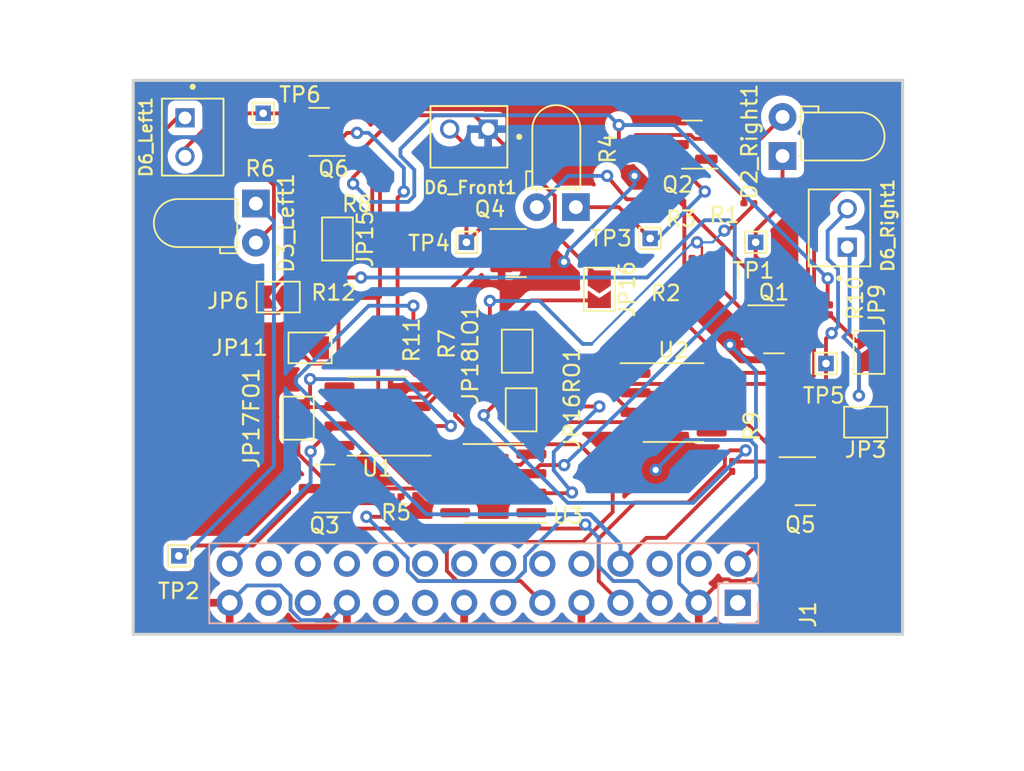
<source format=kicad_pcb>
(kicad_pcb (version 20221018) (generator pcbnew)
  (layers (0 "F.Cu" signal) (31 "B.Cu" signal) (34 "B.Paste" user) (35 "F.Paste" user) (36 "B.SilkS" user "B.Silkscreen") (37 "F.SilkS" user "F.Silkscreen") (38 "B.Mask" user) (39 "F.Mask" user) (44 "Edge.Cuts" user))
  (net 0 "")
  (net 1 "/RESV3")
  (net 2 "+3V3")
  (net 3 "GND")
  (net 4 "/+BATT")
  (net 5 "/RESV2")
  (net 6 "/PE14")
  (net 7 "/PE13")
  (net 8 "/PA6")
  (net 9 "/PE12")
  (net 10 "/PE11")
  (net 11 "/PA7")
  (net 12 "/PE10")
  (net 13 "/PC4")
  (net 14 "/PE9")
  (net 15 "/PE8")
  (net 16 "/PC5")
  (net 17 "/RESV1")
  (net 18 "/AB0")
  (net 19 "Front Sense")
  (net 20 "Right Sense")
  (net 21 "Left Sense")
  (net 22 "Front Out")
  (net 23 "Right Out")
  (net 24 "PE15")
  (net 25 "Left Out")
  (net 26 "Net-(JP3-B)")
  (net 27 "Net-(JP6-B)")
  (net 28 "Net-(JP9-B)")
  (net 29 "Net-(JP11-B)")
  (net 30 "Net-(JP15-B)")
  (net 40 "Net-(J1-Pin_5)")
  (net 41 "Net-(J1-Pin_7)")
  (net 42 "Net-(J1-Pin_11)")
  (net 43 "Net-(JP16-B)")
  (net 44 "Net-(D1_Front1-K)")
  (net 45 "Net-(D1_Front1-A)")
  (net 46 "Net-(D2_Right1-K)")
  (net 47 "Net-(D2_Right1-A)")
  (net 48 "Net-(D3_Left1-K)")
  (net 49 "Net-(D3_Left1-A)")
  (net 50 "Net-(Q4-C)")
  (net 51 "Net-(Q6-C)")
  (net 52 "Net-(Q5-C)")
  (net 53 "Net-(Q1-B)")
  (net 54 "Net-(Q2-B)")
  (net 55 "Net-(Q3-B)")
  (net 56 "Net-(Q4-B)")
  (net 57 "Net-(Q5-B)")
  (net 58 "Net-(Q6-B)")
  (net 59 "/+BATT1")
  (footprint "Resistor_SMD:R_0201_0603Metric" (layer "F.Cu") (at 240.175672 113.824 90)
    (fp_text reference "R9")
    (fp_text value "6.2k")
  )
  (footprint "TestPoint:TestPoint_THTPad_1.0x1.0mm_Drill0.5mm" (layer "F.Cu") (at 209.695672 90.873 180)
    (fp_text reference "TP6")
    (fp_text value "TestPoint")
  )
  (footprint "Resistor_SMD:R_0201_0603Metric" (layer "F.Cu") (at 236.528672 96.461 180)
    (fp_text reference "R3")
    (fp_text value "20")
  )
  (footprint "Jumper:SolderJumper-2_P1.3mm_Open_TrianglePad1.0x1.5mm" (layer "F.Cu") (at 210.674672 102.811 180)
    (fp_text reference "JP6")
    (fp_text value "Jumper_2_Open")
  )
  (footprint "Package_TO_SOT_SMD:SOT-23" (layer "F.Cu") (at 213.330172 92.077 180)
    (fp_text reference "Q6")
    (fp_text value "C2150")
  )
  (footprint "Jumper:SolderJumper-2_P1.3mm_Open_TrianglePad1.0x1.5mm" (layer "F.Cu") (at 226.205672 106.33 -90)
    (fp_text reference "JP18LO1")
    (fp_text value "Jumper_2_Open")
  )
  (footprint "Package_SO:SOIC-8_3.9x4.9mm_P1.27mm" (layer "F.Cu") (at 224.649836 114.9255 180)
    (fp_text reference "U3")
    (fp_text value "OP07")
  )
  (footprint "LED_THT:LED_D3.0mm_Horizontal_O1.27mm_Z2.0mm_IRBlack" (layer "F.Cu") (at 209.218672 96.735 -90)
    (fp_text reference "D3_Left1")
    (fp_text value "TSAL4400")
  )
  (footprint "Resistor_SMD:R_0201_0603Metric" (layer "F.Cu") (at 218.331672 115.765 180)
    (fp_text reference "R5")
    (fp_text value "6.2k")
  )
  (footprint "Jumper:SolderJumper-2_P1.3mm_Open_TrianglePad1.0x1.5mm" (layer "F.Cu") (at 211.981672 110.685 -90)
    (fp_text reference "JP17FO1")
    (fp_text value "Jumper_2_Open")
  )
  (footprint "Package_TO_SOT_SMD:SOT-23" (layer "F.Cu") (at 237.557172 92.905 180)
    (fp_text reference "Q2")
    (fp_text value "C2150")
  )
  (footprint "TestPoint:TestPoint_THTPad_1.0x1.0mm_Drill0.5mm" (layer "F.Cu") (at 222.903672 99.255 180)
    (fp_text reference "TP4")
    (fp_text value "TestPoint")
  )
  (footprint "Jumper:SolderJumper-2_P1.3mm_Open_TrianglePad1.0x1.5mm" (layer "F.Cu") (at 212.743672 106.113 180)
    (fp_text reference "JP11")
    (fp_text value "Jumper_2_Open")
  )
  (footprint "Package_TO_SOT_SMD:SOT-23" (layer "F.Cu") (at 244.923172 114.777459)
    (fp_text reference "Q5")
    (fp_text value "C2150")
  )
  (footprint "Package_SO:SOIC-8_3.9x4.9mm_P1.27mm" (layer "F.Cu") (at 217.126672 110.558 180)
    (fp_text reference "U1")
    (fp_text value "OP07")
  )
  (footprint "Jumper:SolderJumper-2_P1.3mm_Open_TrianglePad1.0x1.5mm" (layer "F.Cu") (at 248.848672 110.939 180)
    (fp_text reference "JP3")
    (fp_text value "Jumper_2_Open")
  )
  (footprint "TestPoint:TestPoint_THTPad_1.0x1.0mm_Drill0.5mm" (layer "F.Cu") (at 204.216 119.634 180)
    (fp_text reference "TP2")
    (fp_text value "TestPoint")
  )
  (footprint "Jumper:SolderJumper-2_P1.3mm_Open_TrianglePad1.0x1.5mm" (layer "F.Cu") (at 226.459672 110.14 -90)
    (fp_text reference "JP16RO1")
    (fp_text value "Jumper_2_Open")
  )
  (footprint "Resistor_SMD:R_0201_0603Metric" (layer "F.Cu") (at 209.507672 93.413 180)
    (fp_text reference "R6")
    (fp_text value "20")
  )
  (footprint "TestPoint:TestPoint_THTPad_1.0x1.0mm_Drill0.5mm" (layer "F.Cu") (at 234.841672 99.001 180)
    (fp_text reference "TP3")
    (fp_text value "TestPoint")
  )
  (footprint "Resistor_SMD:R_0201_0603Metric" (layer "F.Cu") (at 237.889672 100.271 180)
    (fp_text reference "R2")
    (fp_text value "6.2k")
  )
  (footprint "Package_TO_SOT_SMD:SOT-23" (layer "F.Cu") (at 213.681172 115.257 180)
    (fp_text reference "Q3")
    (fp_text value "C2150")
  )
  (footprint "LED_THT:LED_D3.0mm_Horizontal_O1.27mm_Z2.0mm_IRBlack" (layer "F.Cu") (at 230.015672 96.969 180)
    (fp_text reference "D1_Front1" hide)
    (fp_text value "TSAL4400")
  )
  (footprint "BPW41N:DIO_BPW41N" (layer "F.Cu") (at 204.615672 92.417 -90)
    (fp_text reference "D6_Left1")
    (fp_text value "BPW41N")
  )
  (footprint "Jumper:SolderJumper-2_P1.3mm_Open_TrianglePad1.0x1.5mm" (layer "F.Cu") (at 214.521672 99.038 -90)
    (fp_text reference "JP15")
    (fp_text value "Jumper_2_Open")
  )
  (footprint "Resistor_SMD:R_0201_0603Metric" (layer "F.Cu") (at 241.257672 96.715 180)
    (fp_text reference "R1")
    (fp_text value "6.2k")
  )
  (footprint "Resistor_SMD:R_0201_0603Metric" (layer "F.Cu") (at 246.525672 103.639 -90)
    (fp_text reference "R10")
    (fp_text value "300k")
  )
  (footprint "BPW41N:DIO_BPW41N" (layer "F.Cu") (at 223.064172 91.897 180)
    (fp_text reference "D6_Front1")
    (fp_text value "BPW41N")
  )
  (footprint "Package_TO_SOT_SMD:SOT-23" (layer "F.Cu") (at 242.891172 104.909)
    (fp_text reference "Q1")
    (fp_text value "C2150")
  )
  (footprint "Resistor_SMD:R_0201_0603Metric" (layer "F.Cu") (at 218.748672 107.383 180)
    (fp_text reference "R11")
    (fp_text value "6.2k")
  )
  (footprint "LED_THT:LED_D3.0mm_Horizontal_O1.27mm_Z2.0mm_IRBlack" (layer "F.Cu") (at 243.446672 93.647 90)
    (fp_text reference "D2_Right1")
    (fp_text value "TSAL4400")
  )
  (footprint "Resistor_SMD:R_0201_0603Metric" (layer "F.Cu") (at 233.363672 93.159 90)
    (fp_text reference "R4")
    (fp_text value "20")
  )
  (footprint "BPW41N:DIO_BPW41N" (layer "F.Cu") (at 247.65 98.318 90)
    (fp_text reference "D6_Right1")
    (fp_text value "BPW41N")
  )
  (footprint "Resistor_SMD:R_0201_0603Metric" (layer "F.Cu") (at 221.059672 107.383 180)
    (fp_text reference "R7")
    (fp_text value "6.2k")
  )
  (footprint "Jumper:SolderJumper-2_P1.3mm_Open_TrianglePad1.0x1.5mm" (layer "F.Cu") (at 231.539672 102.303 -90)
    (fp_text reference "JP16")
    (fp_text value "Jumper_2_Open")
  )
  (footprint "Jumper:SolderJumper-2_P1.3mm_Open_TrianglePad1.0x1.5mm" (layer "F.Cu") (at 249.065672 106.404 90)
    (fp_text reference "JP9")
    (fp_text value "Jumper_2_Open")
  )
  (footprint "Package_SO:SOIC-8_3.9x4.9mm_P1.27mm" (layer "F.Cu") (at 236.365672 109.669)
    (fp_text reference "U2")
    (fp_text value "OP07")
  )
  (footprint "TestPoint:TestPoint_THTPad_1.0x1.0mm_Drill0.5mm" (layer "F.Cu") (at 246.271672 107.129 180)
    (fp_text reference "TP5")
    (fp_text value "TestPoint")
  )
  (footprint "Resistor_SMD:R_0201_0603Metric" (layer "F.Cu") (at 216.462672 94.429)
    (fp_text reference "R8")
    (fp_text value "300k")
  )
  (footprint "TestPoint:TestPoint_THTPad_1.0x1.0mm_Drill0.5mm" (layer "F.Cu") (at 241.699672 99.255 180)
    (fp_text reference "TP1")
    (fp_text value "TestPoint")
  )
  (footprint "Resistor_SMD:R_0201_0603Metric" (layer "F.Cu") (at 214.267672 103.573)
    (fp_text reference "R12")
    (fp_text value "300k")
  )
  (footprint "Package_TO_SOT_SMD:SOT-23" (layer "F.Cu") (at 226.127172 99.951)
    (fp_text reference "Q4")
    (fp_text value "C2150")
  )
  (footprint "Connector_PinHeader_2.54mm:PinHeader_2x14_P2.54mm_Vertical" (layer "B.Cu") (at 240.538 122.682 90)
    (fp_text reference "J1")
    (fp_text value "Conn_02x14_Odd_Even")
  )
  (gr_line (start 251.249672 124.731) (end 251.249672 88.731) (stroke (width 0.2)) (layer "Edge.Cuts"))
  (gr_line (start 251.249672 124.731) (end 201.249672 124.731) (stroke (width 0.2)) (layer "Edge.Cuts"))
  (gr_line (start 201.249672 88.731) (end 251.249672 88.731) (stroke (width 0.2)) (layer "Edge.Cuts"))
  (gr_line (start 201.249672 88.731) (end 201.249672 124.731) (stroke (width 0.2)) (layer "Edge.Cuts"))
  (segment (start 243.065131 102.932459) (end 243.065131 104.334) (width 0.25) (layer "F.Cu") (net 2))
  (segment (start 243.065131 104.334) (end 242.816172 104.582959) (width 0.25) (layer "F.Cu") (net 2))
  (segment (start 242.207672 116.166918) (end 242.207672 118.472328) (width 0.25) (layer "F.Cu") (net 2))
  (segment (start 217.287672 98.63591) (end 217.287672 97.223) (width 0.25) (layer "F.Cu") (net 2))
  (segment (start 232.809672 93.04533) (end 232.809672 91.635) (width 0.25) (layer "F.Cu") (net 2))
  (segment (start 237.064672 104.411959) (end 240.391027 107.738314) (width 0.25) (layer "F.Cu") (net 2))
  (segment (start 220.667172 115.5605) (end 222.174836 115.5605) (width 0.25) (layer "F.Cu") (net 2))
  (segment (start 233.363672 93.479) (end 233.987002 93.479) (width 0.25) (layer "F.Cu") (net 2))
  (segment (start 248.336857 95.25) (end 250.989672 97.902815) (width 0.25) (layer "F.Cu") (net 2))
  (segment (start 215.392 102.811) (end 217.287672 102.811) (width 0.25) (layer "F.Cu") (net 2))
  (segment (start 209.827672 93.413) (end 211.091301 94.676629) (width 0.25) (layer "F.Cu") (net 2))
  (segment (start 216.142672 94.289) (end 216.477672 93.954) (width 0.25) (layer "F.Cu") (net 2))
  (segment (start 214.651672 111.193) (end 214.957713 111.193) (width 0.25) (layer "F.Cu") (net 2))
  (segment (start 237.064672 96.55667) (end 237.064672 104.411959) (width 0.25) (layer "F.Cu") (net 2))
  (segment (start 216.477672 93.954) (end 217.068002 93.954) (width 0.25) (layer "F.Cu") (net 2))
  (segment (start 244.148672 115.003) (end 243.37159 115.003) (width 0.25) (layer "F.Cu") (net 2))
  (segment (start 242.461672 112.348959) (end 243.845713 112.348959) (width 0.25) (layer "F.Cu") (net 2))
  (segment (start 243.845713 112.348959) (end 244.998172 113.501418) (width 0.25) (layer "F.Cu") (net 2))
  (segment (start 215.385582 100.538) (end 217.287672 98.63591) (width 0.25) (layer "F.Cu") (net 2))
  (segment (start 217.287672 94.17367) (end 217.287672 97.223) (width 0.25) (layer "F.Cu") (net 2))
  (segment (start 236.848672 96.34067) (end 233.987002 93.479) (width 0.25) (layer "F.Cu") (net 2))
  (segment (start 214.345631 111.193) (end 214.651672 111.193) (width 0.25) (layer "F.Cu") (net 2))
  (segment (start 219.963672 114.857) (end 220.667172 115.5605) (width 0.25) (layer "F.Cu") (net 2))
  (segment (start 233.243342 93.479) (end 232.809672 93.04533) (width 0.25) (layer "F.Cu") (net 2))
  (segment (start 245.096672 96.533328) (end 246.38 95.25) (width 0.25) (layer "F.Cu") (net 2))
  (segment (start 214.957713 111.193) (end 217.17 108.980713) (width 0.25) (layer "F.Cu") (net 2))
  (segment (start 243.123172 115.1035) (end 242.207672 116.019) (width 0.25) (layer "F.Cu") (net 2))
  (segment (start 244.848172 115.1035) (end 243.123172 115.1035) (width 0.25) (layer "F.Cu") (net 2))
  (segment (start 244.998172 114.1535) (end 244.148672 115.003) (width 0.25) (layer "F.Cu") (net 2))
  (segment (start 250.989672 111.727596) (end 247.364809 115.352459) (width 0.25) (layer "F.Cu") (net 2))
  (segment (start 217.287672 97.223) (end 217.287672 102.811) (width 0.25) (layer "F.Cu") (net 2))
  (segment (start 240.391027 107.738314) (end 245.096672 107.738314) (width 0.25) (layer "F.Cu") (net 2))
  (segment (start 211.091301 94.676629) (end 211.091301 97.971539) (width 0.25) (layer "F.Cu") (net 2))
  (segment (start 217.17 102.87) (end 215.451 102.87) (width 0.25) (layer "F.Cu") (net 2))
  (segment (start 242.816172 105.235041) (end 245.096672 107.515541) (width 0.25) (layer "F.Cu") (net 2))
  (segment (start 245.096672 107.515541) (end 245.096672 97.423814) (width 0.25) (layer "F.Cu") (net 2))
  (segment (start 216.142672 94.429) (end 216.142672 94.289) (width 0.25) (layer "F.Cu") (net 2))
  (segment (start 219.201672 114.857) (end 219.963672 114.857) (width 0.25) (layer "F.Cu") (net 2))
  (segment (start 243.37159 115.003) (end 242.207672 116.166918) (width 0.25) (layer "F.Cu") (net 2))
  (segment (start 242.207672 118.472328) (end 240.538 120.142) (width 0.25) (layer "F.Cu") (net 2))
  (segment (start 236.848672 96.461) (end 236.848672 96.716) (width 0.25) (layer "F.Cu") (net 2))
  (segment (start 236.848672 96.716) (end 243.065131 102.932459) (width 0.25) (layer "F.Cu") (net 2))
  (segment (start 215.451 102.87) (end 215.392 102.811) (width 0.25) (layer "F.Cu") (net 2))
  (segment (start 215.537672 95.445) (end 215.537672 95.034) (width 0.25) (layer "F.Cu") (net 2))
  (segment (start 217.068002 93.954) (end 217.287672 94.17367) (width 0.25) (layer "F.Cu") (net 2))
  (segment (start 245.097131 115.352459) (end 244.848172 115.1035) (width 0.25) (layer "F.Cu") (net 2))
  (segment (start 239.146713 109.034) (end 242.461672 112.348959) (width 0.25) (layer "F.Cu") (net 2))
  (segment (start 233.363672 93.479) (end 233.243342 93.479) (width 0.25) (layer "F.Cu") (net 2))
  (segment (start 213.947672 103.45267) (end 214.589342 102.811) (width 0.25) (layer "F.Cu") (net 2))
  (segment (start 246.525672 103.319) (end 246.38 103.173328) (width 0.25) (layer "F.Cu") (net 2))
  (segment (start 214.651672 111.193) (end 215.537672 111.193) (width 0.25) (layer "F.Cu") (net 2))
  (segment (start 214.589342 102.811) (end 215.392 102.811) (width 0.25) (layer "F.Cu") (net 2))
  (segment (start 246.38 103.173328) (end 246.38 101.6) (width 0.25) (layer "F.Cu") (net 2))
  (segment (start 233.987002 93.479) (end 237.064672 96.55667) (width 0.25) (layer "F.Cu") (net 2))
  (segment (start 211.091301 97.971539) (end 213.657762 100.538) (width 0.25) (layer "F.Cu") (net 2))
  (segment (start 245.096672 107.738314) (end 245.096672 97.423814) (width 0.25) (layer "F.Cu") (net 2))
  (segment (start 212.777515 112.761116) (end 214.345631 111.193) (width 0.25) (layer "F.Cu") (net 2))
  (segment (start 242.816172 104.582959) (end 242.816172 105.235041) (width 0.25) (layer "F.Cu") (net 2))
  (segment (start 245.096672 97.423814) (end 245.096672 96.533328) (width 0.25) (layer "F.Cu") (net 2))
  (segment (start 213.947672 103.573) (end 213.947672 103.45267) (width 0.25) (layer "F.Cu") (net 2))
  (segment (start 247.364809 115.352459) (end 245.097131 115.352459) (width 0.25) (layer "F.Cu") (net 2))
  (segment (start 238.840672 109.034) (end 239.146713 109.034) (width 0.25) (layer "F.Cu") (net 2))
  (segment (start 236.848672 96.461) (end 236.848672 96.34067) (width 0.25) (layer "F.Cu") (net 2))
  (segment (start 236.848672 96.461) (end 236.873672 96.486) (width 0.25) (layer "F.Cu") (net 2))
  (segment (start 215.537672 111.193) (end 219.201672 114.857) (width 0.25) (layer "F.Cu") (net 2))
  (segment (start 250.989672 97.902815) (end 250.989672 111.727596) (width 0.25) (layer "F.Cu") (net 2))
  (segment (start 212.777515 112.850495) (end 212.777515 112.761116) (width 0.25) (layer "F.Cu") (net 2))
  (segment (start 213.657762 100.538) (end 215.385582 100.538) (width 0.25) (layer "F.Cu") (net 2))
  (segment (start 215.537672 95.034) (end 216.142672 94.429) (width 0.25) (layer "F.Cu") (net 2))
  (segment (start 217.17 108.980713) (end 217.17 102.87) (width 0.25) (layer "F.Cu") (net 2))
  (segment (start 246.38 95.25) (end 248.336857 95.25) (width 0.25) (layer "F.Cu") (net 2))
  (segment (start 244.998172 113.501418) (end 244.998172 114.1535) (width 0.25) (layer "F.Cu") (net 2))
  (via (at 246.38 101.6) (size 0.8) (drill 0.4) (layers "F.Cu" "B.Cu") (net 2))
  (via (at 212.777515 112.850495) (size 0.8) (drill 0.4) (layers "F.Cu" "B.Cu") (net 2))
  (via (at 232.809672 91.635) (size 0.8) (drill 0.4) (layers "F.Cu" "B.Cu") (net 2))
  (via (at 215.537672 95.445) (size 0.8) (drill 0.4) (layers "F.Cu" "B.Cu") (net 2))
  (segment (start 219.119267 96.628) (end 216.720672 96.628) (width 0.25) (layer "B.Cu") (net 2))
  (segment (start 220.809077 90.997) (end 218.614515 93.191562) (width 0.25) (layer "B.Cu") (net 2))
  (segment (start 232.809672 91.635) (end 232.171672 90.997) (width 0.25) (layer "B.Cu") (net 2))
  (segment (start 219.514672 96.232595) (end 219.119267 96.628) (width 0.25) (layer "B.Cu") (net 2))
  (segment (start 218.614515 93.191562) (end 218.614515 93.638157) (width 0.25) (layer "B.Cu") (net 2))
  (segment (start 219.514672 94.538314) (end 219.514672 96.232595) (width 0.25) (layer "B.Cu") (net 2))
  (segment (start 216.720672 96.628) (end 215.537672 95.445) (width 0.25) (layer "B.Cu") (net 2))
  (segment (start 218.614515 93.638157) (end 219.514672 94.538314) (width 0.25) (layer "B.Cu") (net 2))
  (segment (start 232.171672 90.997) (end 220.809077 90.997) (width 0.25) (layer "B.Cu") (net 2))
  (segment (start 236.415 91.635) (end 232.809672 91.635) (width 0.25) (layer "B.Cu") (net 2))
  (segment (start 246.38 101.6) (end 236.415 91.635) (width 0.25) (layer "B.Cu") (net 2))
  (segment (start 212.777515 112.850495) (end 212.777515 114.882485) (width 0.25) (layer "B.Cu") (net 2))
  (segment (start 212.777515 114.882485) (end 207.518 120.142) (width 0.25) (layer "B.Cu") (net 2))
  (segment (start 228.877672 100.901) (end 229.253672 100.525) (width 0.25) (layer "F.Cu") (net 3))
  (segment (start 218.201301 90.597) (end 229.485672 90.597) (width 0.25) (layer "F.Cu") (net 3))
  (segment (start 243.985672 120.845) (end 242.207672 122.623) (width 0.25) (layer "F.Cu") (net 3))
  (segment (start 240.072009 121.267) (end 239.963009 121.158) (width 0.25) (layer "F.Cu") (net 3))
  (segment (start 241.112991 121.158) (end 241.003991 121.267) (width 0.25) (layer "F.Cu") (net 3))
  (segment (start 221.173795 113.7155) (end 226.429836 113.7155) (width 0.25) (layer "F.Cu") (net 3))
  (segment (start 242.062 121.158) (end 241.112991 121.158) (width 0.25) (layer "F.Cu") (net 3))
  (segment (start 243.985672 115.727459) (end 243.985672 120.845) (width 0.25) (layer "F.Cu") (net 3))
  (segment (start 237.136672 90.597) (end 218.2013 90.597) (width 0.25) (layer "F.Cu") (net 3))
  (segment (start 239.963009 121.158) (end 239.522 121.158) (width 0.25) (layer "F.Cu") (net 3))
  (segment (start 220.924836 114.616541) (end 220.924836 113.964459) (width 0.25) (layer "F.Cu") (net 3))
  (segment (start 225.189672 100.901) (end 228.877672 100.901) (width 0.25) (layer "F.Cu") (net 3))
  (segment (start 242.207672 122.623) (end 242.207672 121.303672) (width 0.25) (layer "F.Cu") (net 3))
  (segment (start 214.618672 114.307) (end 215.568672 115.257) (width 0.25) (layer "F.Cu") (net 3))
  (segment (start 226.429836 113.7155) (end 227.124836 113.0205) (width 0.25) (layer "F.Cu") (net 3))
  (segment (start 220.175295 113.987) (end 221.173795 114.9855) (width 0.25) (layer "F.Cu") (net 3))
  (segment (start 239.971 105.859) (end 240.03 105.918) (width 0.25) (layer "F.Cu") (net 3))
  (segment (start 223.424836 115.234459) (end 223.424836 115.886541) (width 0.25) (layer "F.Cu") (net 3))
  (segment (start 225.189672 104.416404) (end 225.189672 100.901) (width 0.25) (layer "F.Cu") (net 3))
  (segment (start 218.351672 109.596959) (end 218.351672 112.991) (width 0.25) (layer "F.Cu") (net 3))
  (segment (start 241.003991 121.267) (end 240.072009 121.267) (width 0.25) (layer "F.Cu") (net 3))
  (segment (start 225.208109 114.8655) (end 221.173795 114.8655) (width 0.25) (layer "F.Cu") (net 3))
  (segment (start 218.600631 109.348) (end 220.258076 109.348) (width 0.25) (layer "F.Cu") (net 3))
  (segment (start 223.424836 115.886541) (end 223.175877 116.1355) (width 0.25) (layer "F.Cu") (net 3))
  (segment (start 233.890672 111.574) (end 233.890672 112.732672) (width 0.25) (layer "F.Cu") (net 3))
  (segment (start 229.485672 90.597) (end 233.825672 94.937) (width 0.25) (layer "F.Cu") (net 3))
  (segment (start 220.924836 113.964459) (end 221.173795 113.7155) (width 0.25) (layer "F.Cu") (net 3))
  (segment (start 215.568672 115.257) (end 219.797986 115.257) (width 0.25) (layer "F.Cu") (net 3))
  (segment (start 233.890672 112.732672) (end 235.204 114.046) (width 0.25) (layer "F.Cu") (net 3))
  (segment (start 219.295631 108.653) (end 218.600631 109.348) (width 0.25) (layer "F.Cu") (net 3))
  (segment (start 223.175877 116.1355) (end 220.676486 116.1355) (width 0.25) (layer "F.Cu") (net 3))
  (segment (start 239.522 121.158) (end 237.998 122.682) (width 0.25) (layer "F.Cu") (net 3))
  (segment (start 223.938109 116.1355) (end 225.208109 114.8655) (width 0.25) (layer "F.Cu") (net 3))
  (segment (start 238.494672 91.955) (end 237.136672 90.597) (width 0.25) (layer "F.Cu") (net 3))
  (segment (start 219.601672 108.653) (end 219.295631 108.653) (width 0.25) (layer "F.Cu") (net 3))
  (segment (start 217.6713 91.127) (end 217.874486 90.923814) (width 0.25) (layer "F.Cu") (net 3))
  (segment (start 217.874486 90.923814) (end 218.201301 90.597) (width 0.25) (layer "F.Cu") (net 3))
  (segment (start 221.173795 114.8655) (end 220.924836 114.616541) (width 0.25) (layer "F.Cu") (net 3))
  (segment (start 220.676486 116.1355) (end 223.938109 116.1355) (width 0.25) (layer "F.Cu") (net 3))
  (segment (start 240.03 105.918) (end 240.089 105.859) (width 0.25) (layer "F.Cu") (net 3))
  (segment (start 218.351672 112.991) (end 219.347672 113.987) (width 0.25) (layer "F.Cu") (net 3))
  (segment (start 219.347672 113.987) (end 220.175295 113.987) (width 0.25) (layer "F.Cu") (net 3))
  (segment (start 240.089 105.859) (end 241.953672 105.859) (width 0.25) (layer "F.Cu") (net 3))
  (segment (start 223.175877 114.9855) (end 223.424836 115.234459) (width 0.25) (layer "F.Cu") (net 3))
  (segment (start 242.207672 121.303672) (end 242.062 121.158) (width 0.25) (layer "F.Cu") (net 3))
  (segment (start 219.295631 108.653) (end 218.351672 109.596959) (width 0.25) (layer "F.Cu") (net 3))
  (segment (start 239.921672 105.859) (end 239.971 105.859) (width 0.25) (layer "F.Cu") (net 3))
  (segment (start 219.797986 115.257) (end 220.676486 116.1355) (width 0.25) (layer "F.Cu") (net 3))
  (segment (start 220.258076 109.348) (end 225.189672 104.416404) (width 0.25) (layer "F.Cu") (net 3))
  (segment (start 221.173795 114.9855) (end 223.175877 114.9855) (width 0.25) (layer "F.Cu") (net 3))
  (segment (start 214.267672 91.127) (end 217.6713 91.127) (width 0.25) (layer "F.Cu") (net 3))
  (segment (start 217.874486 90.923814) (end 218.2013 90.597) (width 0.25) (layer "F.Cu") (net 3))
  (via (at 233.825672 94.937) (size 0.8) (drill 0.4) (layers "F.Cu" "B.Cu") (net 3))
  (via (at 229.253672 100.525) (size 0.8) (drill 0.4) (layers "F.Cu" "B.Cu") (net 3))
  (via (at 240.03 105.918) (size 0.8) (drill 0.4) (layers "F.Cu" "B.Cu") (net 3))
  (via (at 235.204 114.046) (size 0.8) (drill 0.4) (layers "F.Cu" "B.Cu") (net 3))
  (segment (start 237.149 112.101) (end 241.325595 112.101) (width 0.25) (layer "B.Cu") (net 3))
  (segment (start 210.813991 121.557) (end 211.473 122.216009) (width 0.25) (layer "B.Cu") (net 3))
  (segment (start 233.825672 95.509) (end 229.507672 99.827) (width 0.25) (layer "B.Cu") (net 3))
  (segment (start 241.721 111.705595) (end 241.325595 112.101) (width 0.25) (layer "B.Cu") (net 3))
  (segment (start 211.473 123.147991) (end 212.132009 123.807) (width 0.25) (layer "B.Cu") (net 3))
  (segment (start 236.728 121.412) (end 237.998 122.682) (width 0.25) (layer "B.Cu") (net 3))
  (segment (start 207.518 122.682) (end 208.643 121.557) (width 0.25) (layer "B.Cu") (net 3))
  (segment (start 241.721 107.609) (end 241.721 111.705595) (width 0.25) (layer "B.Cu") (net 3))
  (segment (start 241.721 114.538009) (end 236.728 119.531009) (width 0.25) (layer "B.Cu") (net 3))
  (segment (start 241.325595 112.101) (end 241.721 112.496405) (width 0.25) (layer "B.Cu") (net 3))
  (segment (start 241.721 112.496405) (end 241.721 114.538009) (width 0.25) (layer "B.Cu") (net 3))
  (segment (start 240.03 105.918) (end 241.721 107.609) (width 0.25) (layer "B.Cu") (net 3))
  (segment (start 233.825672 94.937) (end 233.825672 95.509) (width 0.25) (layer "B.Cu") (net 3))
  (segment (start 236.728 119.531009) (end 236.728 121.412) (width 0.25) (layer "B.Cu") (net 3))
  (segment (start 212.132009 123.807) (end 214.013 123.807) (width 0.25) (layer "B.Cu") (net 3))
  (segment (start 208.643 121.557) (end 210.813991 121.557) (width 0.25) (layer "B.Cu") (net 3))
  (segment (start 229.507672 99.827) (end 229.253672 100.525) (width 0.25) (layer "B.Cu") (net 3))
  (segment (start 235.204 114.046) (end 237.149 112.101) (width 0.25) (layer "B.Cu") (net 3))
  (segment (start 211.473 122.216009) (end 211.473 123.147991) (width 0.25) (layer "B.Cu") (net 3))
  (segment (start 214.013 123.807) (end 215.138 122.682) (width 0.25) (layer "B.Cu") (net 3))
  (segment (start 214.521672 94.842314) (end 214.521672 98.313) (width 0.25) (layer "F.Cu") (net 19))
  (segment (start 223.414172 90.997) (end 218.366986 90.997) (width 0.25) (layer "F.Cu") (net 19))
  (segment (start 224.314172 91.897) (end 228.650672 96.2335) (width 0.25) (layer "F.Cu") (net 19))
  (segment (start 218.366986 90.997) (end 214.521672 94.842314) (width 0.25) (layer "F.Cu") (net 19))
  (segment (start 228.650672 96.2335) (end 228.650672 98.689) (width 0.25) (layer "F.Cu") (net 19))
  (segment (start 224.314172 91.897) (end 223.414172 90.997) (width 0.25) (layer "F.Cu") (net 19))
  (segment (start 228.650672 98.689) (end 231.539672 101.578) (width 0.25) (layer "F.Cu") (net 19))
  (segment (start 248.412 107.782672) (end 249.065672 107.129) (width 0.25) (layer "F.Cu") (net 20))
  (segment (start 248.412 109.22) (end 248.412 107.782672) (width 0.25) (layer "F.Cu") (net 20))
  (segment (start 249.573672 110.939) (end 249.573672 107.637) (width 0.25) (layer "F.Cu") (net 20))
  (segment (start 249.573672 107.637) (end 249.065672 107.129) (width 0.25) (layer "F.Cu") (net 20))
  (via (at 248.412 109.22) (size 0.8) (drill 0.4) (layers "F.Cu" "B.Cu") (net 20))
  (segment (start 248.412 106.426) (end 248.412 109.22) (width 0.25) (layer "B.Cu") (net 20))
  (segment (start 247.803672 105.002328) (end 247.396 105.41) (width 0.25) (layer "B.Cu") (net 20))
  (segment (start 247.396 105.41) (end 248.412 106.426) (width 0.25) (layer "B.Cu") (net 20))
  (segment (start 247.803672 99.5825) (end 247.803672 105.002328) (width 0.25) (layer "B.Cu") (net 20))
  (segment (start 212.734672 105.088) (end 212.782582 105.088) (width 0.25) (layer "F.Cu") (net 21))
  (segment (start 211.399672 103.14991) (end 211.399672 102.811) (width 0.25) (layer "F.Cu") (net 21))
  (segment (start 211.399672 102.811) (end 211.399672 103.753) (width 0.25) (layer "F.Cu") (net 21))
  (segment (start 204.107672 91.167) (end 203.207672 92.067) (width 0.25) (layer "F.Cu") (net 21))
  (segment (start 209.335762 103.836) (end 210.713582 103.836) (width 0.25) (layer "F.Cu") (net 21))
  (segment (start 210.713582 103.836) (end 211.399672 103.14991) (width 0.25) (layer "F.Cu") (net 21))
  (segment (start 213.468672 105.77409) (end 213.468672 106.113) (width 0.25) (layer "F.Cu") (net 21))
  (segment (start 203.207672 97.70791) (end 209.335762 103.836) (width 0.25) (layer "F.Cu") (net 21))
  (segment (start 212.782582 105.088) (end 213.468672 105.77409) (width 0.25) (layer "F.Cu") (net 21))
  (segment (start 211.399672 103.753) (end 212.734672 105.088) (width 0.25) (layer "F.Cu") (net 21))
  (segment (start 203.207672 92.067) (end 203.207672 97.70791) (width 0.25) (layer "F.Cu") (net 21))
  (segment (start 212.743672 109.198) (end 211.981672 109.96) (width 0.25) (layer "F.Cu") (net 22))
  (segment (start 221.887672 111.193) (end 219.601672 111.193) (width 0.25) (layer "F.Cu") (net 22))
  (segment (start 211.981672 109.96) (end 214.614672 109.96) (width 0.25) (layer "F.Cu") (net 22))
  (segment (start 214.614672 109.96) (end 214.651672 109.923) (width 0.25) (layer "F.Cu") (net 22))
  (segment (start 212.743672 108.145) (end 212.743672 109.198) (width 0.25) (layer "F.Cu") (net 22))
  (via (at 212.743672 108.145) (size 0.8) (drill 0.4) (layers "F.Cu" "B.Cu") (net 22))
  (via (at 221.887672 111.193) (size 0.8) (drill 0.4) (layers "F.Cu" "B.Cu") (net 22))
  (segment (start 221.887672 111.193) (end 218.839672 108.145) (width 0.25) (layer "B.Cu") (net 22))
  (segment (start 218.839672 108.145) (end 212.743672 108.145) (width 0.25) (layer "B.Cu") (net 22))
  (segment (start 238.205672 110.939) (end 226.533672 110.939) (width 0.25) (layer "F.Cu") (net 23))
  (segment (start 236.420672 109.034) (end 233.890672 109.034) (width 0.25) (layer "F.Cu") (net 23))
  (segment (start 238.840672 110.304) (end 238.205672 110.939) (width 0.25) (layer "F.Cu") (net 23))
  (segment (start 238.840672 110.304) (end 237.690672 110.304) (width 0.25) (layer "F.Cu") (net 23))
  (segment (start 237.690672 110.304) (end 236.420672 109.034) (width 0.25) (layer "F.Cu") (net 23))
  (segment (start 226.533672 110.939) (end 226.459672 110.865) (width 0.25) (layer "F.Cu") (net 23))
  (segment (start 219.576672 107.891) (end 219.068672 107.383) (width 0.25) (layer "F.Cu") (net 24))
  (segment (start 219.456 103.378) (end 219.456 106.995672) (width 0.25) (layer "F.Cu") (net 24))
  (segment (start 235.857672 118.462) (end 240.175672 114.144) (width 0.25) (layer "F.Cu") (net 24))
  (segment (start 239.920002 98.493) (end 239.667672 98.493) (width 0.25) (layer "F.Cu") (net 24))
  (segment (start 241.577672 96.83533) (end 239.920002 98.493) (width 0.25) (layer "F.Cu") (net 24))
  (segment (start 219.456 106.995672) (end 219.068672 107.383) (width 0.25) (layer "F.Cu") (net 24))
  (segment (start 220.992002 107.891) (end 219.576672 107.891) (width 0.25) (layer "F.Cu") (net 24))
  (segment (start 224.427672 104.335) (end 221.379672 107.383) (width 0.25) (layer "F.Cu") (net 24))
  (segment (start 218.651672 115.88533) (end 218.651672 115.765) (width 0.25) (layer "F.Cu") (net 24))
  (segment (start 224.427672 103.065) (end 224.427672 104.335) (width 0.25) (layer "F.Cu") (net 24))
  (segment (start 217.443002 117.094) (end 218.651672 115.88533) (width 0.25) (layer "F.Cu") (net 24))
  (segment (start 241.577672 96.715) (end 241.577672 96.83533) (width 0.25) (layer "F.Cu") (net 24))
  (segment (start 221.379672 107.50333) (end 220.992002 107.891) (width 0.25) (layer "F.Cu") (net 24))
  (segment (start 216.408 117.094) (end 217.443002 117.094) (width 0.25) (layer "F.Cu") (net 24))
  (segment (start 237.889672 99.255) (end 238.209672 99.575) (width 0.15) (layer "F.Cu") (net 24))
  (segment (start 234.598 118.462) (end 235.857672 118.462) (width 0.25) (layer "F.Cu") (net 24))
  (segment (start 232.918 120.142) (end 234.598 118.462) (width 0.25) (layer "F.Cu") (net 24))
  (segment (start 238.209672 99.575) (end 238.209672 100.271) (width 0.15) (layer "F.Cu") (net 24))
  (via (at 239.667672 98.493) (size 0.8) (drill 0.4) (layers "F.Cu" "B.Cu") (net 24))
  (via (at 237.889672 99.255) (size 0.8) (drill 0.4) (layers "F.Cu" "B.Cu") (net 24))
  (via (at 216.408 117.094) (size 0.8) (drill 0.4) (layers "F.Cu" "B.Cu") (net 24))
  (via (at 224.427672 103.065) (size 0.8) (drill 0.4) (layers "F.Cu" "B.Cu") (net 24))
  (via (at 219.456 103.378) (size 0.8) (drill 0.4) (layers "F.Cu" "B.Cu") (net 24))
  (segment (start 230.911595 116.927) (end 232.918 118.933405) (width 0.25) (layer "B.Cu") (net 24))
  (segment (start 216.556077 103.378) (end 211.836 108.098077) (width 0.25) (layer "B.Cu") (net 24))
  (segment (start 227.668267 103.065) (end 230.462267 105.859) (width 0.25) (layer "B.Cu") (net 24))
  (segment (start 230.462267 105.859) (end 231.031672 105.859) (width 0.25) (layer "B.Cu") (net 24))
  (segment (start 224.427672 103.065) (end 227.668267 103.065) (width 0.25) (layer "B.Cu") (net 24))
  (segment (start 219.093 120.607991) (end 219.752009 121.267) (width 0.25) (layer "B.Cu") (net 24))
  (segment (start 230.973 116.927) (end 232.918 118.872) (width 0.25) (layer "B.Cu") (net 24))
  (segment (start 237.889672 99.255) (end 237.635672 99.255) (width 0.15) (layer "B.Cu") (net 24))
  (segment (start 219.093 119.779) (end 219.093 120.607991) (width 0.25) (layer "B.Cu") (net 24))
  (segment (start 229.462009 116.927) (end 230.911595 116.927) (width 0.25) (layer "B.Cu") (net 24))
  (segment (start 238.905672 99.255) (end 237.889672 99.255) (width 0.15) (layer "B.Cu") (net 24))
  (segment (start 237.635672 99.255) (end 231.031672 105.859) (width 0.15) (layer "B.Cu") (net 24))
  (segment (start 226.053991 121.267) (end 226.713 120.607991) (width 0.25) (layer "B.Cu") (net 24))
  (segment (start 211.836 108.098077) (end 211.836 108.458) (width 0.25) (layer "B.Cu") (net 24))
  (segment (start 220.305 116.927) (end 230.973 116.927) (width 0.25) (layer "B.Cu") (net 24))
  (segment (start 219.456 103.378) (end 216.556077 103.378) (width 0.25) (layer "B.Cu") (net 24))
  (segment (start 226.713 119.676009) (end 229.462009 116.927) (width 0.25) (layer "B.Cu") (net 24))
  (segment (start 211.836 108.458) (end 220.305 116.927) (width 0.25) (layer "B.Cu") (net 24))
  (segment (start 226.713 120.607991) (end 226.713 119.676009) (width 0.25) (layer "B.Cu") (net 24))
  (segment (start 216.408 117.094) (end 219.093 119.779) (width 0.25) (layer "B.Cu") (net 24))
  (segment (start 232.918 118.933405) (end 232.918 120.142) (width 0.25) (layer "B.Cu") (net 24))
  (segment (start 219.752009 121.267) (end 226.053991 121.267) (width 0.25) (layer "B.Cu") (net 24))
  (segment (start 239.667672 98.493) (end 238.905672 99.255) (width 0.15) (layer "B.Cu") (net 24))
  (segment (start 232.918 118.872) (end 232.918 120.142) (width 0.25) (layer "B.Cu") (net 24))
  (segment (start 226.205672 107.055) (end 226.205672 107.129) (width 0.25) (layer "F.Cu") (net 25))
  (segment (start 227.124836 115.5605) (end 226.818795 115.5605) (width 0.25) (layer "F.Cu") (net 25))
  (segment (start 227.124836 115.5605) (end 229.712172 115.5605) (width 0.25) (layer "F.Cu") (net 25))
  (segment (start 231.539672 109.923) (end 228.999672 109.923) (width 0.25) (layer "F.Cu") (net 25))
  (segment (start 225.548795 114.2905) (end 222.174836 114.2905) (width 0.25) (layer "F.Cu") (net 25))
  (segment (start 229.712172 115.5605) (end 229.761672 115.511) (width 0.25) (layer "F.Cu") (net 25))
  (segment (start 226.205672 107.129) (end 228.999672 109.923) (width 0.25) (layer "F.Cu") (net 25))
  (segment (start 226.818795 115.5605) (end 225.548795 114.2905) (width 0.25) (layer "F.Cu") (net 25))
  (via (at 229.761672 115.511) (size 0.8) (drill 0.4) (layers "F.Cu" "B.Cu") (net 25))
  (via (at 231.539672 109.923) (size 0.8) (drill 0.4) (layers "F.Cu" "B.Cu") (net 25))
  (segment (start 231.539672 109.923) (end 228.578672 112.884) (width 0.25) (layer "B.Cu") (net 25))
  (segment (start 228.578672 114.074) (end 229.761672 115.511) (width 0.25) (layer "B.Cu") (net 25))
  (segment (start 228.578672 112.884) (end 228.578672 114.074) (width 0.25) (layer "B.Cu") (net 25))
  (segment (start 249.942582 112.209) (end 249.204764 112.209) (width 0.25) (layer "F.Cu") (net 26))
  (segment (start 250.589672 111.56191) (end 249.942582 112.209) (width 0.25) (layer "F.Cu") (net 26))
  (segment (start 245.496672 97.5895) (end 247.436172 95.65) (width 0.25) (layer "F.Cu") (net 26))
  (segment (start 232.640672 108.707959) (end 232.889631 108.459) (width 0.25) (layer "F.Cu") (net 26))
  (segment (start 249.204764 112.209) (end 248.123672 111.127908) (width 0.25) (layer "F.Cu") (net 26))
  (segment (start 248.123672 111.127908) (end 248.123672 110.939) (width 0.25) (layer "F.Cu") (net 26))
  (segment (start 233.584631 110.304) (end 232.640672 109.360041) (width 0.25) (layer "F.Cu") (net 26))
  (segment (start 232.640672 109.360041) (end 232.640672 108.707959) (width 0.25) (layer "F.Cu") (net 26))
  (segment (start 247.436172 95.65) (end 248.171172 95.65) (width 0.25) (layer "F.Cu") (net 26))
  (segment (start 250.589672 98.0685) (end 250.589672 111.56191) (width 0.25) (layer "F.Cu") (net 26))
  (segment (start 233.890672 110.304) (end 233.584631 110.304) (width 0.25) (layer "F.Cu") (net 26))
  (segment (start 248.171172 95.65) (end 250.589672 98.0685) (width 0.25) (layer "F.Cu") (net 26))
  (segment (start 245.496672 107.904) (end 245.496672 97.5895) (width 0.25) (layer "F.Cu") (net 26))
  (segment (start 232.889631 108.459) (end 244.941672 108.459) (width 0.25) (layer "F.Cu") (net 26))
  (segment (start 244.941672 108.459) (end 245.496672 107.904) (width 0.25) (layer "F.Cu") (net 26))
  (segment (start 211.030764 101.541) (end 216.045672 101.541) (width 0.25) (layer "F.Cu") (net 27))
  (segment (start 209.949672 102.622092) (end 211.030764 101.541) (width 0.25) (layer "F.Cu") (net 27))
  (segment (start 209.949672 102.811) (end 209.949672 102.622092) (width 0.25) (layer "F.Cu") (net 27))
  (segment (start 229.253672 113.733) (end 227.682336 113.733) (width 0.25) (layer "F.Cu") (net 27))
  (segment (start 227.682336 113.733) (end 227.124836 114.2905) (width 0.25) (layer "F.Cu") (net 27))
  (via (at 229.253672 113.733) (size 0.8) (drill 0.4) (layers "F.Cu" "B.Cu") (net 27))
  (via (at 216.045672 101.541) (size 0.8) (drill 0.4) (layers "F.Cu" "B.Cu") (net 27))
  (segment (start 239.947267 97.818) (end 240.342672 98.213405) (width 0.25) (layer "B.Cu") (net 27))
  (segment (start 240.342672 102.898) (end 229.253672 113.733) (width 0.25) (layer "B.Cu") (net 27))
  (segment (start 238.372077 97.818) (end 239.947267 97.818) (width 0.25) (layer "B.Cu") (net 27))
  (segment (start 216.045672 101.541) (end 234.649077 101.541) (width 0.25) (layer "B.Cu") (net 27))
  (segment (start 240.342672 98.213405) (end 240.342672 102.898) (width 0.25) (layer "B.Cu") (net 27))
  (segment (start 234.649077 101.541) (end 238.372077 97.818) (width 0.25) (layer "B.Cu") (net 27))
  (segment (start 249.065672 105.679) (end 248.245672 105.679) (width 0.25) (layer "F.Cu") (net 28))
  (segment (start 248.245672 105.679) (end 246.525672 103.959) (width 0.25) (layer "F.Cu") (net 28))
  (segment (start 212.854764 107.138) (end 214.082582 107.138) (width 0.25) (layer "F.Cu") (net 29))
  (segment (start 214.082582 107.138) (end 214.587672 106.63291) (width 0.25) (layer "F.Cu") (net 29))
  (segment (start 212.018672 106.301908) (end 212.854764 107.138) (width 0.25) (layer "F.Cu") (net 29))
  (segment (start 214.587672 106.63291) (end 214.587672 103.573) (width 0.25) (layer "F.Cu") (net 29))
  (segment (start 212.018672 106.113) (end 212.018672 106.301908) (width 0.25) (layer "F.Cu") (net 29))
  (segment (start 214.521672 99.763) (end 214.71058 99.763) (width 0.25) (layer "F.Cu") (net 30))
  (segment (start 216.782672 97.690908) (end 216.782672 94.429) (width 0.25) (layer "F.Cu") (net 30))
  (segment (start 214.71058 99.763) (end 216.782672 97.690908) (width 0.25) (layer "F.Cu") (net 30))
  (segment (start 230.378 117.856) (end 214.929131 117.856) (width 0.25) (layer "F.Cu") (net 40))
  (segment (start 211.981672 113.008541) (end 211.981672 111.41) (width 0.25) (layer "F.Cu") (net 40))
  (segment (start 230.632 117.602) (end 230.378 117.856) (width 0.25) (layer "F.Cu") (net 40))
  (segment (start 213.855131 114.882) (end 211.981672 113.008541) (width 0.25) (layer "F.Cu") (net 40))
  (segment (start 213.606172 115.880959) (end 213.855131 115.632) (width 0.25) (layer "F.Cu") (net 40))
  (segment (start 213.606172 116.533041) (end 213.606172 115.880959) (width 0.25) (layer "F.Cu") (net 40))
  (segment (start 213.855131 115.632) (end 213.855131 114.882) (width 0.25) (layer "F.Cu") (net 40))
  (segment (start 214.929131 117.856) (end 213.606172 116.533041) (width 0.25) (layer "F.Cu") (net 40))
  (via (at 230.632 117.602) (size 0.8) (drill 0.4) (layers "F.Cu" "B.Cu") (net 40))
  (segment (start 235.458 122.682) (end 234.043 121.267) (width 0.25) (layer "B.Cu") (net 40))
  (segment (start 232.452009 121.267) (end 231.503 120.317991) (width 0.25) (layer "B.Cu") (net 40))
  (segment (start 234.043 121.267) (end 232.452009 121.267) (width 0.25) (layer "B.Cu") (net 40))
  (segment (start 231.503 120.317991) (end 231.503 118.473) (width 0.25) (layer "B.Cu") (net 40))
  (segment (start 231.503 118.473) (end 230.632 117.602) (width 0.25) (layer "B.Cu") (net 40))
  (segment (start 239.700672 113.757686) (end 239.700672 113.105328) (width 0.25) (layer "F.Cu") (net 41))
  (segment (start 231.503 121.267) (end 231.503 118.509) (width 0.25) (layer "F.Cu") (net 41))
  (segment (start 224.028 110.49) (end 225.103 109.415) (width 0.25) (layer "F.Cu") (net 41))
  (segment (start 225.103 109.415) (end 226.459672 109.415) (width 0.25) (layer "F.Cu") (net 41))
  (segment (start 237.293358 116.165) (end 239.700672 113.757686) (width 0.25) (layer "F.Cu") (net 41))
  (segment (start 240.03 112.776) (end 241.046 112.776) (width 0.25) (layer "F.Cu") (net 41))
  (segment (start 239.700672 113.105328) (end 240.03 112.776) (width 0.25) (layer "F.Cu") (net 41))
  (segment (start 232.918 122.682) (end 231.503 121.267) (width 0.25) (layer "F.Cu") (net 41))
  (segment (start 231.503 118.509) (end 233.847 116.165) (width 0.25) (layer "F.Cu") (net 41))
  (segment (start 233.847 116.165) (end 237.293358 116.165) (width 0.25) (layer "F.Cu") (net 41))
  (via (at 224.028 110.49) (size 0.8) (drill 0.4) (layers "F.Cu" "B.Cu") (net 41))
  (via (at 241.046 112.776) (size 0.8) (drill 0.4) (layers "F.Cu" "B.Cu") (net 41))
  (segment (start 229.482077 116.186) (end 224.028 110.731923) (width 0.25) (layer "B.Cu") (net 41))
  (segment (start 241.046 112.776) (end 237.636 116.186) (width 0.25) (layer "B.Cu") (net 41))
  (segment (start 224.028 110.731923) (end 224.028 110.49) (width 0.25) (layer "B.Cu") (net 41))
  (segment (start 237.636 116.186) (end 229.482077 116.186) (width 0.25) (layer "B.Cu") (net 41))
  (segment (start 226.423 121.267) (end 222.292009 121.267) (width 0.25) (layer "F.Cu") (net 42))
  (segment (start 230.234493 112.378493) (end 232.41 114.554) (width 0.25) (layer "F.Cu") (net 42))
  (segment (start 224.02776 112.378493) (end 230.234493 112.378493) (width 0.25) (layer "F.Cu") (net 42))
  (segment (start 230.461595 118.727) (end 232.41 116.778595) (width 0.25) (layer "F.Cu") (net 42))
  (segment (start 222.292009 121.267) (end 221.633 120.607991) (width 0.25) (layer "F.Cu") (net 42))
  (segment (start 222.167267 109.053446) (end 222.167267 110.518) (width 0.25) (layer "F.Cu") (net 42))
  (segment (start 226.205672 105.605) (end 225.615713 105.605) (width 0.25) (layer "F.Cu") (net 42))
  (segment (start 222.167267 110.518) (end 224.02776 112.378493) (width 0.25) (layer "F.Cu") (net 42))
  (segment (start 221.633 118.727) (end 230.461595 118.727) (width 0.25) (layer "F.Cu") (net 42))
  (segment (start 221.633 120.607991) (end 221.633 118.727) (width 0.25) (layer "F.Cu") (net 42))
  (segment (start 227.838 122.682) (end 226.423 121.267) (width 0.25) (layer "F.Cu") (net 42))
  (segment (start 232.41 116.778595) (end 232.41 114.554) (width 0.25) (layer "F.Cu") (net 42))
  (segment (start 225.615713 105.605) (end 222.167267 109.053446) (width 0.25) (layer "F.Cu") (net 42))
  (segment (start 227.143762 103.028) (end 220.248762 109.923) (width 0.25) (layer "F.Cu") (net 43))
  (segment (start 220.248762 109.923) (end 219.601672 109.923) (width 0.25) (layer "F.Cu") (net 43))
  (segment (start 231.539672 103.028) (end 227.143762 103.028) (width 0.25) (layer "F.Cu") (net 43))
  (segment (start 230.015672 96.969) (end 232.809672 96.969) (width 0.25) (layer "F.Cu") (net 44))
  (segment (start 236.619672 92.905) (end 236.619672 94.175) (width 0.25) (layer "F.Cu") (net 44))
  (segment (start 232.809672 96.969) (end 234.841672 99.001) (width 0.25) (layer "F.Cu") (net 44))
  (segment (start 236.619672 94.175) (end 238.397672 95.953) (width 0.25) (layer "F.Cu") (net 44))
  (via (at 238.397672 95.953) (size 0.8) (drill 0.4) (layers "F.Cu" "B.Cu") (net 44))
  (segment (start 235.349672 99.001) (end 234.841672 99.001) (width 0.25) (layer "B.Cu") (net 44))
  (segment (start 238.397672 95.953) (end 235.349672 99.001) (width 0.25) (layer "B.Cu") (net 44))
  (segment (start 233.317672 96.461) (end 232.047672 94.937) (width 0.25) (layer "F.Cu") (net 45))
  (segment (start 236.208672 96.461) (end 233.317672 96.461) (width 0.25) (layer "F.Cu") (net 45))
  (via (at 232.047672 94.937) (size 0.8) (drill 0.4) (layers "F.Cu" "B.Cu") (net 45))
  (segment (start 232.047672 94.937) (end 229.507672 94.937) (width 0.25) (layer "B.Cu") (net 45))
  (segment (start 229.507672 94.937) (end 227.475672 96.969) (width 0.25) (layer "B.Cu") (net 45))
  (segment (start 243.828672 102.146) (end 243.828672 104.909) (width 0.25) (layer "F.Cu") (net 46))
  (segment (start 243.446672 96.746) (end 241.699672 98.493) (width 0.25) (layer "F.Cu") (net 46))
  (segment (start 241.699672 100.174) (end 243.671672 102.146) (width 0.25) (layer "F.Cu") (net 46))
  (segment (start 243.446672 93.647) (end 243.446672 96.746) (width 0.25) (layer "F.Cu") (net 46))
  (segment (start 241.699672 99.255) (end 241.699672 100.174) (width 0.25) (layer "F.Cu") (net 46))
  (segment (start 241.699672 98.493) (end 241.699672 99.255) (width 0.25) (layer "F.Cu") (net 46))
  (segment (start 237.482172 92.281041) (end 237.731131 92.53) (width 0.25) (layer "F.Cu") (net 47))
  (segment (start 233.363672 92.839) (end 233.921631 92.281041) (width 0.25) (layer "F.Cu") (net 47))
  (segment (start 237.731131 92.53) (end 242.023672 92.53) (width 0.25) (layer "F.Cu") (net 47))
  (segment (start 233.921631 92.281041) (end 237.482172 92.281041) (width 0.25) (layer "F.Cu") (net 47))
  (segment (start 242.023672 92.53) (end 243.446672 91.107) (width 0.25) (layer "F.Cu") (net 47))
  (segment (start 204.361672 119.829) (end 205.232672 118.958) (width 0.25) (layer "F.Cu") (net 48))
  (segment (start 209.042672 118.958) (end 212.743672 115.257) (width 0.25) (layer "F.Cu") (net 48))
  (segment (start 205.232672 118.958) (end 209.042672 118.958) (width 0.25) (layer "F.Cu") (net 48))
  (segment (start 210.393672 97.91) (end 210.393672 113.797) (width 0.25) (layer "B.Cu") (net 48))
  (segment (start 209.218672 96.735) (end 210.393672 97.91) (width 0.25) (layer "B.Cu") (net 48))
  (segment (start 210.393672 113.797) (end 204.361672 119.829) (width 0.25) (layer "B.Cu") (net 48))
  (segment (start 210.393672 98.1) (end 209.218672 99.275) (width 0.25) (layer "F.Cu") (net 49))
  (segment (start 209.187672 94.354) (end 210.393672 95.56) (width 0.25) (layer "F.Cu") (net 49))
  (segment (start 209.187672 93.413) (end 209.187672 94.354) (width 0.25) (layer "F.Cu") (net 49))
  (segment (start 210.393672 95.56) (end 210.393672 98.1) (width 0.25) (layer "F.Cu") (net 49))
  (segment (start 223.842672 98.316) (end 225.843213 98.316) (width 0.25) (layer "F.Cu") (net 50))
  (segment (start 222.903672 99.255) (end 223.842672 98.316) (width 0.25) (layer "F.Cu") (net 50))
  (segment (start 225.843213 98.316) (end 227.064672 99.537459) (width 0.25) (layer "F.Cu") (net 50))
  (segment (start 222.903672 92.9865) (end 222.903672 99.255) (width 0.25) (layer "F.Cu") (net 50))
  (segment (start 221.814172 91.897) (end 222.903672 92.9865) (width 0.25) (layer "F.Cu") (net 50))
  (segment (start 227.064672 99.537459) (end 227.064672 99.951) (width 0.25) (layer "F.Cu") (net 50))
  (segment (start 206.901672 90.873) (end 209.695672 90.873) (width 0.25) (layer "F.Cu") (net 51))
  (segment (start 211.188672 90.873) (end 212.392672 92.077) (width 0.25) (layer "F.Cu") (net 51))
  (segment (start 209.695672 90.873) (end 211.188672 90.873) (width 0.25) (layer "F.Cu") (net 51))
  (segment (start 204.107672 93.667) (end 206.901672 90.873) (width 0.25) (layer "F.Cu") (net 51))
  (segment (start 246.634 105.156) (end 246.271672 105.518328) (width 0.25) (layer "F.Cu") (net 52))
  (segment (start 246.271672 105.518328) (end 246.271672 107.129) (width 0.25) (layer "F.Cu") (net 52))
  (segment (start 245.860672 114.777459) (end 246.271672 114.366459) (width 0.25) (layer "F.Cu") (net 52))
  (segment (start 246.271672 114.366459) (end 246.271672 107.129) (width 0.25) (layer "F.Cu") (net 52))
  (via (at 246.634 105.156) (size 0.8) (drill 0.4) (layers "F.Cu" "B.Cu") (net 52))
  (segment (start 247.055 104.735) (end 247.055 101.005) (width 0.25) (layer "B.Cu") (net 52))
  (segment (start 246.634 105.156) (end 247.055 104.735) (width 0.25) (layer "B.Cu") (net 52))
  (segment (start 247.055 101.005) (end 246.38 100.33) (width 0.25) (layer "B.Cu") (net 52))
  (segment (start 246.38 98.506172) (end 247.803672 97.0825) (width 0.25) (layer "B.Cu") (net 52))
  (segment (start 246.38 100.33) (end 246.38 98.506172) (width 0.25) (layer "B.Cu") (net 52))
  (segment (start 241.137342 103.959) (end 241.953672 103.959) (width 0.25) (layer "F.Cu") (net 53))
  (segment (start 237.569672 100.39133) (end 241.137342 103.959) (width 0.25) (layer "F.Cu") (net 53))
  (segment (start 237.569672 100.271) (end 237.569672 100.39133) (width 0.25) (layer "F.Cu") (net 53))
  (segment (start 238.494672 93.855) (end 240.937672 96.298) (width 0.25) (layer "F.Cu") (net 54))
  (segment (start 240.937672 96.298) (end 240.937672 96.715) (width 0.25) (layer "F.Cu") (net 54))
  (segment (start 214.618672 116.207) (end 217.569672 116.207) (width 0.25) (layer "F.Cu") (net 55))
  (segment (start 217.569672 116.207) (end 218.011672 115.765) (width 0.25) (layer "F.Cu") (net 55))
  (segment (start 225.189672 99.001) (end 220.739672 103.451) (width 0.25) (layer "F.Cu") (net 56))
  (segment (start 220.739672 103.451) (end 220.739672 107.383) (width 0.25) (layer "F.Cu") (net 56))
  (segment (start 243.662213 113.504) (end 243.985672 113.827459) (width 0.25) (layer "F.Cu") (net 57))
  (segment (start 240.175672 113.504) (end 243.662213 113.504) (width 0.25) (layer "F.Cu") (net 57))
  (segment (start 215.791672 92.143) (end 215.151672 92.143) (width 0.25) (layer "F.Cu") (net 58))
  (segment (start 218.428672 107.383) (end 218.428672 96.364) (width 0.25) (layer "F.Cu") (net 58))
  (segment (start 215.151672 92.143) (end 214.267672 93.027) (width 0.25) (layer "F.Cu") (net 58))
  (segment (start 218.428672 96.364) (end 218.839672 95.953) (width 0.25) (layer "F.Cu") (net 58))
  (via (at 218.839672 95.953) (size 0.8) (drill 0.4) (layers "F.Cu" "B.Cu") (net 58))
  (via (at 215.791672 92.143) (size 0.8) (drill 0.4) (layers "F.Cu" "B.Cu") (net 58))
  (segment (start 218.839672 95.953) (end 218.839672 94.429) (width 0.25) (layer "B.Cu") (net 58))
  (segment (start 218.839672 94.429) (end 216.553672 92.143) (width 0.25) (layer "B.Cu") (net 58))
  (segment (start 216.553672 92.143) (end 215.791672 92.143) (width 0.25) (layer "B.Cu") (net 58))
  (zone (net 3) (net_name "GND") (layer "F.Cu") (connect_pads (clearance 0.5)) (min_thickness 0.25) (fill yes (thermal_gap 0.5) (thermal_bridge_width 0.5))
    (polygon (pts (xy 253.129672 125.925) (xy 200.043672 126.687) (xy 199.789672 86.555) (xy 253.383672 86.555)))
  )
  (zone (net 19) (net_name "Front Sense") (layer "B.Cu") (priority 1) (connect_pads (clearance 0.5)) (min_thickness 0.25) (fill yes (thermal_gap 0.5) (thermal_bridge_width 0.5))
    (polygon (pts (xy 256.177672 126.941) (xy 198.519672 127.703) (xy 198.011672 83.507) (xy 256.431672 84.015)))
  )
)
</source>
